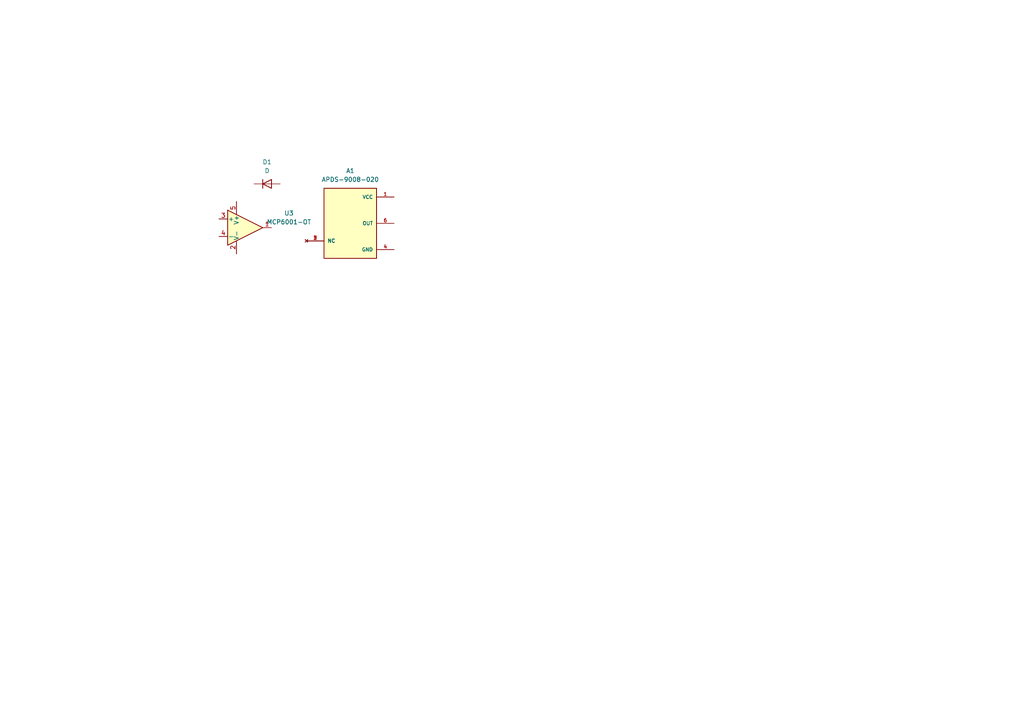
<source format=kicad_sch>
(kicad_sch (version 20230121) (generator eeschema)

  (uuid 0915ed35-63b5-47d5-8ea1-052e3e00b076)

  (paper "A4")

  (title_block
    (title "Pulse Monitor Subsystem")
  )

  (lib_symbols
    (symbol "APDS-9008-020:APDS-9008-020" (pin_names (offset 1.016)) (in_bom yes) (on_board yes)
      (property "Reference" "A" (at -7.62 10.668 0)
        (effects (font (size 1.27 1.27)) (justify left bottom))
      )
      (property "Value" "APDS-9008-020" (at -7.62 -12.7 0)
        (effects (font (size 1.27 1.27)) (justify left bottom))
      )
      (property "Footprint" "APDS-9008-020:XDCR_APDS-9008-020" (at 0 0 0)
        (effects (font (size 1.27 1.27)) (justify bottom) hide)
      )
      (property "Datasheet" "" (at 0 0 0)
        (effects (font (size 1.27 1.27)) hide)
      )
      (property "MF" "Broadcom / Avago" (at 0 0 0)
        (effects (font (size 1.27 1.27)) (justify bottom) hide)
      )
      (property "MAXIMUM_PACKAGE_HEIGHT" "0.55 mm" (at 0 0 0)
        (effects (font (size 1.27 1.27)) (justify bottom) hide)
      )
      (property "Package" "None" (at 0 0 0)
        (effects (font (size 1.27 1.27)) (justify bottom) hide)
      )
      (property "Price" "None" (at 0 0 0)
        (effects (font (size 1.27 1.27)) (justify bottom) hide)
      )
      (property "Check_prices" "https://www.snapeda.com/parts/APDS-9008-020/Avago/view-part/?ref=eda" (at 0 0 0)
        (effects (font (size 1.27 1.27)) (justify bottom) hide)
      )
      (property "STANDARD" "Manufacturer Recommendations" (at 0 0 0)
        (effects (font (size 1.27 1.27)) (justify bottom) hide)
      )
      (property "PARTREV" "November 7, 2008" (at 0 0 0)
        (effects (font (size 1.27 1.27)) (justify bottom) hide)
      )
      (property "SnapEDA_Link" "https://www.snapeda.com/parts/APDS-9008-020/Avago/view-part/?ref=snap" (at 0 0 0)
        (effects (font (size 1.27 1.27)) (justify bottom) hide)
      )
      (property "MP" "APDS-9008-020" (at 0 0 0)
        (effects (font (size 1.27 1.27)) (justify bottom) hide)
      )
      (property "Purchase-URL" "https://www.snapeda.com/api/url_track_click_mouser/?unipart_id=4800250&manufacturer=Broadcom / Avago&part_name=APDS-9008-020&search_term=apds-9008" (at 0 0 0)
        (effects (font (size 1.27 1.27)) (justify bottom) hide)
      )
      (property "Description" "\nOptical Sensor Ambient 565nm Current 6-SMD, No Lead\n" (at 0 0 0)
        (effects (font (size 1.27 1.27)) (justify bottom) hide)
      )
      (property "MANUFACTURER" "Broadcom / Avago" (at 0 0 0)
        (effects (font (size 1.27 1.27)) (justify bottom) hide)
      )
      (property "Availability" "In Stock" (at 0 0 0)
        (effects (font (size 1.27 1.27)) (justify bottom) hide)
      )
      (property "SNAPEDA_PN" "APDS-9008-020" (at 0 0 0)
        (effects (font (size 1.27 1.27)) (justify bottom) hide)
      )
      (symbol "APDS-9008-020_0_0"
        (rectangle (start -7.62 -10.16) (end 7.62 10.16)
          (stroke (width 0.254) (type default))
          (fill (type background))
        )
        (pin power_in line (at 12.7 7.62 180) (length 5.08)
          (name "VCC" (effects (font (size 1.016 1.016))))
          (number "1" (effects (font (size 1.016 1.016))))
        )
        (pin no_connect line (at -12.7 -5.08 0) (length 5.08)
          (name "NC" (effects (font (size 1.016 1.016))))
          (number "2" (effects (font (size 1.016 1.016))))
        )
        (pin no_connect line (at -12.7 -5.08 0) (length 5.08)
          (name "NC" (effects (font (size 1.016 1.016))))
          (number "3" (effects (font (size 1.016 1.016))))
        )
        (pin power_in line (at 12.7 -7.62 180) (length 5.08)
          (name "GND" (effects (font (size 1.016 1.016))))
          (number "4" (effects (font (size 1.016 1.016))))
        )
        (pin no_connect line (at -12.7 -5.08 0) (length 5.08)
          (name "NC" (effects (font (size 1.016 1.016))))
          (number "5" (effects (font (size 1.016 1.016))))
        )
        (pin output line (at 12.7 0 180) (length 5.08)
          (name "OUT" (effects (font (size 1.016 1.016))))
          (number "6" (effects (font (size 1.016 1.016))))
        )
      )
    )
    (symbol "Amplifier_Operational:MCP6001-OT" (pin_names (offset 0.127)) (in_bom yes) (on_board yes)
      (property "Reference" "U" (at -1.27 6.35 0)
        (effects (font (size 1.27 1.27)) (justify left))
      )
      (property "Value" "MCP6001-OT" (at -1.27 3.81 0)
        (effects (font (size 1.27 1.27)) (justify left))
      )
      (property "Footprint" "Package_TO_SOT_SMD:SOT-23-5" (at -2.54 -5.08 0)
        (effects (font (size 1.27 1.27)) (justify left) hide)
      )
      (property "Datasheet" "http://ww1.microchip.com/downloads/en/DeviceDoc/21733j.pdf" (at 0 5.08 0)
        (effects (font (size 1.27 1.27)) hide)
      )
      (property "ki_keywords" "single opamp" (at 0 0 0)
        (effects (font (size 1.27 1.27)) hide)
      )
      (property "ki_description" "1MHz, Low-Power Op Amp, SOT-23-5" (at 0 0 0)
        (effects (font (size 1.27 1.27)) hide)
      )
      (property "ki_fp_filters" "SOT?23*" (at 0 0 0)
        (effects (font (size 1.27 1.27)) hide)
      )
      (symbol "MCP6001-OT_0_1"
        (polyline
          (pts
            (xy -5.08 5.08)
            (xy 5.08 0)
            (xy -5.08 -5.08)
            (xy -5.08 5.08)
          )
          (stroke (width 0.254) (type default))
          (fill (type background))
        )
        (pin power_in line (at -2.54 -7.62 90) (length 3.81)
          (name "V-" (effects (font (size 1.27 1.27))))
          (number "2" (effects (font (size 1.27 1.27))))
        )
        (pin power_in line (at -2.54 7.62 270) (length 3.81)
          (name "V+" (effects (font (size 1.27 1.27))))
          (number "5" (effects (font (size 1.27 1.27))))
        )
      )
      (symbol "MCP6001-OT_1_1"
        (pin output line (at 7.62 0 180) (length 2.54)
          (name "~" (effects (font (size 1.27 1.27))))
          (number "1" (effects (font (size 1.27 1.27))))
        )
        (pin input line (at -7.62 2.54 0) (length 2.54)
          (name "+" (effects (font (size 1.27 1.27))))
          (number "3" (effects (font (size 1.27 1.27))))
        )
        (pin input line (at -7.62 -2.54 0) (length 2.54)
          (name "-" (effects (font (size 1.27 1.27))))
          (number "4" (effects (font (size 1.27 1.27))))
        )
      )
    )
    (symbol "Device:D" (pin_numbers hide) (pin_names (offset 1.016) hide) (in_bom yes) (on_board yes)
      (property "Reference" "D" (at 0 2.54 0)
        (effects (font (size 1.27 1.27)))
      )
      (property "Value" "D" (at 0 -2.54 0)
        (effects (font (size 1.27 1.27)))
      )
      (property "Footprint" "" (at 0 0 0)
        (effects (font (size 1.27 1.27)) hide)
      )
      (property "Datasheet" "~" (at 0 0 0)
        (effects (font (size 1.27 1.27)) hide)
      )
      (property "Sim.Device" "D" (at 0 0 0)
        (effects (font (size 1.27 1.27)) hide)
      )
      (property "Sim.Pins" "1=K 2=A" (at 0 0 0)
        (effects (font (size 1.27 1.27)) hide)
      )
      (property "ki_keywords" "diode" (at 0 0 0)
        (effects (font (size 1.27 1.27)) hide)
      )
      (property "ki_description" "Diode" (at 0 0 0)
        (effects (font (size 1.27 1.27)) hide)
      )
      (property "ki_fp_filters" "TO-???* *_Diode_* *SingleDiode* D_*" (at 0 0 0)
        (effects (font (size 1.27 1.27)) hide)
      )
      (symbol "D_0_1"
        (polyline
          (pts
            (xy -1.27 1.27)
            (xy -1.27 -1.27)
          )
          (stroke (width 0.254) (type default))
          (fill (type none))
        )
        (polyline
          (pts
            (xy 1.27 0)
            (xy -1.27 0)
          )
          (stroke (width 0) (type default))
          (fill (type none))
        )
        (polyline
          (pts
            (xy 1.27 1.27)
            (xy 1.27 -1.27)
            (xy -1.27 0)
            (xy 1.27 1.27)
          )
          (stroke (width 0.254) (type default))
          (fill (type none))
        )
      )
      (symbol "D_1_1"
        (pin passive line (at -3.81 0 0) (length 2.54)
          (name "K" (effects (font (size 1.27 1.27))))
          (number "1" (effects (font (size 1.27 1.27))))
        )
        (pin passive line (at 3.81 0 180) (length 2.54)
          (name "A" (effects (font (size 1.27 1.27))))
          (number "2" (effects (font (size 1.27 1.27))))
        )
      )
    )
  )


  (symbol (lib_id "Amplifier_Operational:MCP6001-OT") (at 71.12 66.04 0) (unit 1)
    (in_bom yes) (on_board yes) (dnp no) (fields_autoplaced)
    (uuid 4832e824-4737-4f95-b452-f7849d8c1dd6)
    (property "Reference" "U3" (at 83.82 61.8491 0)
      (effects (font (size 1.27 1.27)))
    )
    (property "Value" "MCP6001-OT" (at 83.82 64.3891 0)
      (effects (font (size 1.27 1.27)))
    )
    (property "Footprint" "Package_TO_SOT_SMD:SOT-23-5" (at 68.58 71.12 0)
      (effects (font (size 1.27 1.27)) (justify left) hide)
    )
    (property "Datasheet" "http://ww1.microchip.com/downloads/en/DeviceDoc/21733j.pdf" (at 71.12 60.96 0)
      (effects (font (size 1.27 1.27)) hide)
    )
    (pin "2" (uuid 8ecc03e6-e421-417e-9b46-979db11e6a28))
    (pin "5" (uuid ff5d32f8-5ea7-4d5a-aae8-eb305977e9d4))
    (pin "1" (uuid b2e90f95-adc0-4bb8-bbed-dd66bdb6202a))
    (pin "3" (uuid fd099261-04cf-4d90-b78e-40930b31c6cb))
    (pin "4" (uuid 5aef29db-5bff-49f1-b11d-6fffb27da8f4))
    (instances
      (project "system"
        (path "/8a223f0c-8d53-4fd3-a526-4e061ea13ef2"
          (reference "U3") (unit 1)
        )
        (path "/8a223f0c-8d53-4fd3-a526-4e061ea13ef2/106a9443-e85e-4e74-a629-eef73b1c6898"
          (reference "U3") (unit 1)
        )
      )
    )
  )

  (symbol (lib_id "APDS-9008-020:APDS-9008-020") (at 101.6 64.77 0) (unit 1)
    (in_bom yes) (on_board yes) (dnp no) (fields_autoplaced)
    (uuid 9eaa5dd5-0b47-4e62-851b-b2f8957e5788)
    (property "Reference" "A1" (at 101.6 49.53 0)
      (effects (font (size 1.27 1.27)))
    )
    (property "Value" "APDS-9008-020" (at 101.6 52.07 0)
      (effects (font (size 1.27 1.27)))
    )
    (property "Footprint" "APDS-9008-020:XDCR_APDS-9008-020" (at 101.6 64.77 0)
      (effects (font (size 1.27 1.27)) (justify bottom) hide)
    )
    (property "Datasheet" "" (at 101.6 64.77 0)
      (effects (font (size 1.27 1.27)) hide)
    )
    (property "MF" "Broadcom / Avago" (at 101.6 64.77 0)
      (effects (font (size 1.27 1.27)) (justify bottom) hide)
    )
    (property "MAXIMUM_PACKAGE_HEIGHT" "0.55 mm" (at 101.6 64.77 0)
      (effects (font (size 1.27 1.27)) (justify bottom) hide)
    )
    (property "Package" "None" (at 101.6 64.77 0)
      (effects (font (size 1.27 1.27)) (justify bottom) hide)
    )
    (property "Price" "None" (at 101.6 64.77 0)
      (effects (font (size 1.27 1.27)) (justify bottom) hide)
    )
    (property "Check_prices" "https://www.snapeda.com/parts/APDS-9008-020/Avago/view-part/?ref=eda" (at 101.6 64.77 0)
      (effects (font (size 1.27 1.27)) (justify bottom) hide)
    )
    (property "STANDARD" "Manufacturer Recommendations" (at 101.6 64.77 0)
      (effects (font (size 1.27 1.27)) (justify bottom) hide)
    )
    (property "PARTREV" "November 7, 2008" (at 101.6 64.77 0)
      (effects (font (size 1.27 1.27)) (justify bottom) hide)
    )
    (property "SnapEDA_Link" "https://www.snapeda.com/parts/APDS-9008-020/Avago/view-part/?ref=snap" (at 101.6 64.77 0)
      (effects (font (size 1.27 1.27)) (justify bottom) hide)
    )
    (property "MP" "APDS-9008-020" (at 101.6 64.77 0)
      (effects (font (size 1.27 1.27)) (justify bottom) hide)
    )
    (property "Purchase-URL" "https://www.snapeda.com/api/url_track_click_mouser/?unipart_id=4800250&manufacturer=Broadcom / Avago&part_name=APDS-9008-020&search_term=apds-9008" (at 101.6 64.77 0)
      (effects (font (size 1.27 1.27)) (justify bottom) hide)
    )
    (property "Description" "\nOptical Sensor Ambient 565nm Current 6-SMD, No Lead\n" (at 101.6 64.77 0)
      (effects (font (size 1.27 1.27)) (justify bottom) hide)
    )
    (property "MANUFACTURER" "Broadcom / Avago" (at 101.6 64.77 0)
      (effects (font (size 1.27 1.27)) (justify bottom) hide)
    )
    (property "Availability" "In Stock" (at 101.6 64.77 0)
      (effects (font (size 1.27 1.27)) (justify bottom) hide)
    )
    (property "SNAPEDA_PN" "APDS-9008-020" (at 101.6 64.77 0)
      (effects (font (size 1.27 1.27)) (justify bottom) hide)
    )
    (pin "1" (uuid 188ed75c-e421-41b2-aacd-71f3b988e8f9))
    (pin "2" (uuid db6bcfe3-008a-42f3-bbe7-a69ee329b47c))
    (pin "3" (uuid 32037bad-1fad-49a0-8e82-bb679c38ce8f))
    (pin "4" (uuid ba974928-88de-4fea-b10f-cfa981fc5ae2))
    (pin "5" (uuid 0ef14540-8081-4f30-8705-e5deebce3c56))
    (pin "6" (uuid ef756db8-0dce-428d-aeb3-bc6494ef057a))
    (instances
      (project "system"
        (path "/8a223f0c-8d53-4fd3-a526-4e061ea13ef2"
          (reference "A1") (unit 1)
        )
        (path "/8a223f0c-8d53-4fd3-a526-4e061ea13ef2/106a9443-e85e-4e74-a629-eef73b1c6898"
          (reference "A1") (unit 1)
        )
      )
    )
  )

  (symbol (lib_id "Device:D") (at 77.47 53.34 0) (unit 1)
    (in_bom yes) (on_board yes) (dnp no) (fields_autoplaced)
    (uuid a26cfe70-8904-47f7-8af0-06278fc0ab39)
    (property "Reference" "D1" (at 77.47 46.99 0)
      (effects (font (size 1.27 1.27)))
    )
    (property "Value" "D" (at 77.47 49.53 0)
      (effects (font (size 1.27 1.27)))
    )
    (property "Footprint" "" (at 77.47 53.34 0)
      (effects (font (size 1.27 1.27)) hide)
    )
    (property "Datasheet" "~" (at 77.47 53.34 0)
      (effects (font (size 1.27 1.27)) hide)
    )
    (property "Sim.Device" "D" (at 77.47 53.34 0)
      (effects (font (size 1.27 1.27)) hide)
    )
    (property "Sim.Pins" "1=K 2=A" (at 77.47 53.34 0)
      (effects (font (size 1.27 1.27)) hide)
    )
    (pin "1" (uuid 71377713-7795-41d4-a6d2-dea6a8fc505c))
    (pin "2" (uuid 48c64d1f-5fd7-4f78-8a27-6eec8c75f5ea))
    (instances
      (project "system"
        (path "/8a223f0c-8d53-4fd3-a526-4e061ea13ef2"
          (reference "D1") (unit 1)
        )
        (path "/8a223f0c-8d53-4fd3-a526-4e061ea13ef2/106a9443-e85e-4e74-a629-eef73b1c6898"
          (reference "D1") (unit 1)
        )
      )
    )
  )
)

</source>
